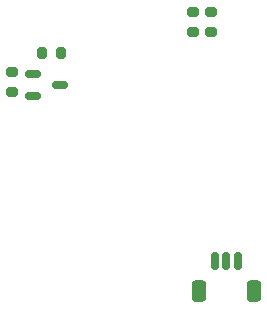
<source format=gbr>
%TF.GenerationSoftware,KiCad,Pcbnew,7.0.8-7.0.8~ubuntu22.04.1*%
%TF.CreationDate,2023-12-12T19:51:11+11:00*%
%TF.ProjectId,Boost-Converter,426f6f73-742d-4436-9f6e-766572746572,rev?*%
%TF.SameCoordinates,Original*%
%TF.FileFunction,Paste,Bot*%
%TF.FilePolarity,Positive*%
%FSLAX46Y46*%
G04 Gerber Fmt 4.6, Leading zero omitted, Abs format (unit mm)*
G04 Created by KiCad (PCBNEW 7.0.8-7.0.8~ubuntu22.04.1) date 2023-12-12 19:51:11*
%MOMM*%
%LPD*%
G01*
G04 APERTURE LIST*
G04 Aperture macros list*
%AMRoundRect*
0 Rectangle with rounded corners*
0 $1 Rounding radius*
0 $2 $3 $4 $5 $6 $7 $8 $9 X,Y pos of 4 corners*
0 Add a 4 corners polygon primitive as box body*
4,1,4,$2,$3,$4,$5,$6,$7,$8,$9,$2,$3,0*
0 Add four circle primitives for the rounded corners*
1,1,$1+$1,$2,$3*
1,1,$1+$1,$4,$5*
1,1,$1+$1,$6,$7*
1,1,$1+$1,$8,$9*
0 Add four rect primitives between the rounded corners*
20,1,$1+$1,$2,$3,$4,$5,0*
20,1,$1+$1,$4,$5,$6,$7,0*
20,1,$1+$1,$6,$7,$8,$9,0*
20,1,$1+$1,$8,$9,$2,$3,0*%
G04 Aperture macros list end*
%ADD10RoundRect,0.200000X0.200000X0.275000X-0.200000X0.275000X-0.200000X-0.275000X0.200000X-0.275000X0*%
%ADD11RoundRect,0.200000X-0.275000X0.200000X-0.275000X-0.200000X0.275000X-0.200000X0.275000X0.200000X0*%
%ADD12RoundRect,0.200000X0.275000X-0.200000X0.275000X0.200000X-0.275000X0.200000X-0.275000X-0.200000X0*%
%ADD13RoundRect,0.150000X-0.150000X-0.625000X0.150000X-0.625000X0.150000X0.625000X-0.150000X0.625000X0*%
%ADD14RoundRect,0.250000X-0.350000X-0.650000X0.350000X-0.650000X0.350000X0.650000X-0.350000X0.650000X0*%
%ADD15RoundRect,0.150000X-0.512500X-0.150000X0.512500X-0.150000X0.512500X0.150000X-0.512500X0.150000X0*%
G04 APERTURE END LIST*
D10*
%TO.C,R17*%
X136016000Y-80010000D03*
X134366000Y-80010000D03*
%TD*%
D11*
%TO.C,R21*%
X147193000Y-76518000D03*
X147193000Y-78168000D03*
%TD*%
D12*
%TO.C,R18*%
X131826000Y-83248000D03*
X131826000Y-81598000D03*
%TD*%
D13*
%TO.C,J5*%
X148987000Y-97608000D03*
X149987000Y-97608000D03*
X150987000Y-97608000D03*
D14*
X147687000Y-100133000D03*
X152287000Y-100133000D03*
%TD*%
D15*
%TO.C,D1*%
X133609500Y-83627000D03*
X133609500Y-81727000D03*
X135884500Y-82677000D03*
%TD*%
D11*
%TO.C,R20*%
X148717000Y-76518000D03*
X148717000Y-78168000D03*
%TD*%
M02*

</source>
